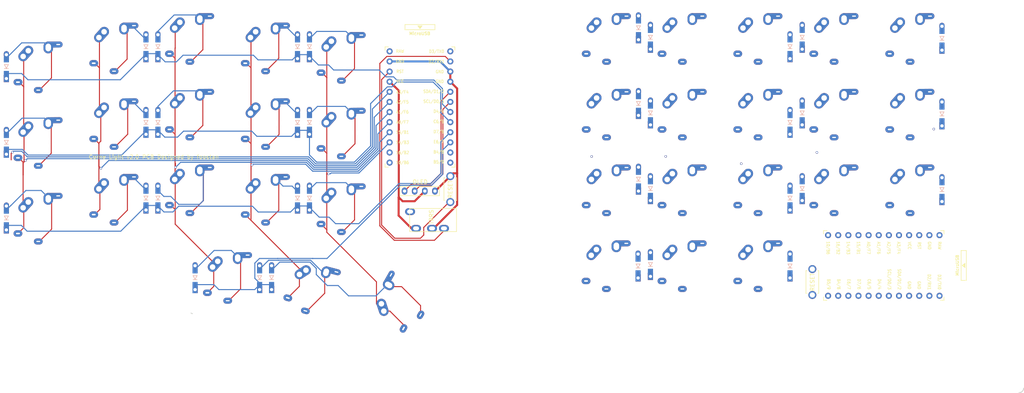
<source format=kicad_pcb>
(kicad_pcb (version 20211014) (generator pcbnew)
  (title_block (title "Corne Light") (date "2020-11-12") (rev "2.0") (company "foostan"))
  (layers (0 "F.Cu" signal) (31 "B.Cu" signal) (34 "B.Paste" user) (35 "F.Paste" user) (36 "B.SilkS" user "B.Silkscreen") (37 "F.SilkS" user "F.Silkscreen") (38 "B.Mask" user) (39 "F.Mask" user) (44 "Edge.Cuts" user))
  (net 0 "")
  (net 1 "row0")
  (net 2 "row1")
  (net 3 "Net-(D2-Pad2)")
  (net 4 "row2")
  (net 5 "Net-(D3-Pad2)")
  (net 6 "row3")
  (net 7 "Net-(D4-Pad2)")
  (net 8 "Net-(D5-Pad2)")
  (net 9 "Net-(D6-Pad2)")
  (net 10 "Net-(D8-Pad2)")
  (net 11 "Net-(D9-Pad2)")
  (net 12 "Net-(D10-Pad2)")
  (net 13 "Net-(D11-Pad2)")
  (net 14 "Net-(D12-Pad2)")
  (net 15 "Net-(D14-Pad2)")
  (net 16 "Net-(D15-Pad2)")
  (net 17 "Net-(D16-Pad2)")
  (net 18 "Net-(D17-Pad2)")
  (net 19 "Net-(D18-Pad2)")
  (net 20 "Net-(D19-Pad2)")
  (net 21 "Net-(D20-Pad2)")
  (net 22 "Net-(D21-Pad2)")
  (net 23 "GND")
  (net 24 "VCC")
  (net 25 "col0")
  (net 26 "col1")
  (net 27 "col2")
  (net 28 "col3")
  (net 29 "col4")
  (net 30 "col5")
  (net 31 "data")
  (net 32 "reset")
  (net 33 "SCL")
  (net 34 "SDA")
  (net 35 "Net-(U1-Pad14)")
  (net 36 "Net-(U1-Pad13)")
  (net 37 "Net-(U1-Pad12)")
  (net 38 "Net-(U1-Pad11)")
  (net 39 "Net-(J1-PadA)")
  (net 40 "Net-(U1-Pad24)")
  (net 41 "row0_r")
  (net 42 "Net-(D23-Pad2)")
  (net 43 "Net-(D24-Pad2)")
  (net 44 "Net-(D25-Pad2)")
  (net 45 "Net-(D26-Pad2)")
  (net 46 "Net-(D27-Pad2)")
  (net 47 "row1_r")
  (net 48 "Net-(D29-Pad2)")
  (net 49 "Net-(D30-Pad2)")
  (net 50 "Net-(D31-Pad2)")
  (net 51 "Net-(D32-Pad2)")
  (net 52 "Net-(D33-Pad2)")
  (net 53 "row2_r")
  (net 54 "Net-(D35-Pad2)")
  (net 55 "Net-(D36-Pad2)")
  (net 56 "Net-(D37-Pad2)")
  (net 57 "Net-(D38-Pad2)")
  (net 58 "Net-(D39-Pad2)")
  (net 59 "Net-(D40-Pad2)")
  (net 60 "row3_r")
  (net 61 "Net-(D41-Pad2)")
  (net 62 "Net-(D42-Pad2)")
  (net 63 "data_r")
  (net 64 "SDA_r")
  (net 65 "SCL_r")
  (net 66 "reset_r")
  (net 67 "col0_r")
  (net 68 "col1_r")
  (net 69 "col2_r")
  (net 70 "col3_r")
  (net 71 "col4_r")
  (net 72 "col5_r")
  (net 73 "Net-(U2-Pad24)")
  (net 74 "Net-(U2-Pad14)")
  (net 75 "Net-(U2-Pad13)")
  (net 76 "Net-(U2-Pad12)")
  (net 77 "Net-(U2-Pad11)")
  (net 78 "VDD")
  (net 79 "GNDA")
  (net 80 "Net-(U1-Pad1)")
  (net 81 "Net-(U2-Pad1)")
  (footprint "kbd:MJ-4PP-9_1side" (layer "F.Cu") (at 146.2145 84.432 -90)
    (fp_text reference "J1")
    (fp_text value "MJ-4PP-9" hide)
  )
  (footprint "kbd:ResetSW_1side" (layer "F.Cu") (at 235.287089 100.0071 90)
    (fp_text reference "RSW2" hide)
    (fp_text value "SW_PUSH")
  )
  (footprint "kbd:keyswitch_cherrymx_alps_choc12_1u" (layer "F.Cu") (at 259.784847 38.795432)
    (fp_text reference "SW23" hide)
    (fp_text value "SW_PUSH" hide)
  )
  (footprint "kbd:keyswitch_cherrymx_alps_choc12_1u" (layer "F.Cu") (at 240.734847 38.795432)
    (fp_text reference "SW24" hide)
    (fp_text value "SW_PUSH" hide)
  )
  (footprint "kbd:keyswitch_cherrymx_alps_choc12_1u" (layer "F.Cu") (at 221.684847 38.795432)
    (fp_text reference "SW25" hide)
    (fp_text value "SW_PUSH" hide)
  )
  (footprint "kbd:keyswitch_cherrymx_alps_choc12_1u" (layer "F.Cu") (at 202.684847 38.795432)
    (fp_text reference "SW26" hide)
    (fp_text value "SW_PUSH" hide)
  )
  (footprint "kbd:keyswitch_cherrymx_alps_choc12_1u" (layer "F.Cu") (at 183.684847 38.795432)
    (fp_text reference "SW27" hide)
    (fp_text value "SW_PUSH" hide)
  )
  (footprint "kbd:keyswitch_cherrymx_alps_choc12_1u" (layer "F.Cu") (at 259.784847 57.795432)
    (fp_text reference "SW29" hide)
    (fp_text value "SW_PUSH" hide)
  )
  (footprint "kbd:keyswitch_cherrymx_alps_choc12_1u" (layer "F.Cu") (at 240.734847 57.795432)
    (fp_text reference "SW30" hide)
    (fp_text value "SW_PUSH" hide)
  )
  (footprint "kbd:keyswitch_cherrymx_alps_choc12_1u" (layer "F.Cu") (at 221.684847 57.795432)
    (fp_text reference "SW31" hide)
    (fp_text value "SW_PUSH" hide)
  )
  (footprint "kbd:keyswitch_cherrymx_alps_choc12_1u" (layer "F.Cu") (at 202.684847 57.795432)
    (fp_text reference "SW32" hide)
    (fp_text value "SW_PUSH" hide)
  )
  (footprint "kbd:keyswitch_cherrymx_alps_choc12_1u" (layer "F.Cu") (at 183.684847 57.795432)
    (fp_text reference "SW33" hide)
    (fp_text value "SW_PUSH" hide)
  )
  (footprint "kbd:keyswitch_cherrymx_alps_choc12_1u" (layer "F.Cu") (at 259.784847 76.795432)
    (fp_text reference "SW35" hide)
    (fp_text value "SW_PUSH" hide)
  )
  (footprint "kbd:keyswitch_cherrymx_alps_choc12_1u" (layer "F.Cu") (at 240.734847 76.795432)
    (fp_text reference "SW36" hide)
    (fp_text value "SW_PUSH" hide)
  )
  (footprint "kbd:keyswitch_cherrymx_alps_choc12_1u" (layer "F.Cu") (at 221.684847 76.795432)
    (fp_text reference "SW37" hide)
    (fp_text value "SW_PUSH" hide)
  )
  (footprint "kbd:keyswitch_cherrymx_alps_choc12_1u" (layer "F.Cu") (at 202.684847 76.795432)
    (fp_text reference "SW38" hide)
    (fp_text value "SW_PUSH" hide)
  )
  (footprint "kbd:keyswitch_cherrymx_alps_choc12_1u" (layer "F.Cu") (at 221.684847 95.845432)
    (fp_text reference "SW40" hide)
    (fp_text value "SW_PUSH" hide)
  )
  (footprint "kbd:keyswitch_cherrymx_alps_choc12_1u" (layer "F.Cu") (at 202.684847 95.845432)
    (fp_text reference "SW41" hide)
    (fp_text value "SW_PUSH" hide)
  )
  (footprint "kbd:keyswitch_cherrymx_alps_choc12_1u" (layer "F.Cu") (at 183.684847 76.795432)
    (fp_text reference "SW39" hide)
    (fp_text value "SW_PUSH" hide)
  )
  (footprint "kbd:ProMicro_v3" (layer "F.Cu") (at 136.8925 56.56)
    (fp_text reference "U1" hide)
    (fp_text value "ProMicro" hide)
  )
  (footprint "kbd:ProMicro_v3" (layer "F.Cu") (at 252.6925 95.845432 -90)
    (fp_text reference "U2" hide)
    (fp_text value "ProMicro" hide)
  )
  (footprint "kbd:keyswitch_cherrymx_alps_choc12_1u" (layer "F.Cu") (at 117.1875 43.545)
    (fp_text reference "SW6" hide)
    (fp_text value "SW_PUSH" hide)
  )
  (footprint "kbd:keyswitch_cherrymx_alps_choc12_1u" (layer "F.Cu") (at 98.1875 41.17)
    (fp_text reference "SW5" hide)
    (fp_text value "SW_PUSH" hide)
  )
  (footprint "kbd:keyswitch_cherrymx_alps_choc12_1u" (layer "F.Cu") (at 79.1875 38.795)
    (fp_text reference "SW4" hide)
    (fp_text value "SW_PUSH" hide)
  )
  (footprint "kbd:keyswitch_cherrymx_alps_choc12_1u" (layer "F.Cu") (at 60.1875 41.17)
    (fp_text reference "SW3" hide)
    (fp_text value "SW_PUSH" hide)
  )
  (footprint "kbd:keyswitch_cherrymx_alps_choc12_1u" (layer "F.Cu") (at 41.1875 45.92)
    (fp_text reference "SW2" hide)
    (fp_text value "SW_PUSH" hide)
  )
  (footprint "kbd:keyswitch_cherrymx_alps_choc12_1u" (layer "F.Cu") (at 117.1875 81.545)
    (fp_text reference "SW18" hide)
    (fp_text value "SW_PUSH" hide)
  )
  (footprint "kbd:keyswitch_cherrymx_alps_choc12_1.5u" (layer "F.Cu") (at 131.9375 105.295 60)
    (fp_text reference "SW21" hide)
    (fp_text value "SW_PUSH" hide)
  )
  (footprint "kbd:keyswitch_cherrymx_alps_choc12_1u" (layer "F.Cu") (at 109.6875 101.545 -15)
    (fp_text reference "SW20" hide)
    (fp_text value "SW_PUSH" hide)
  )
  (footprint "kbd:keyswitch_cherrymx_alps_choc12_1u" (layer "F.Cu") (at 88.6875 98.795)
    (fp_text reference "SW19" hide)
    (fp_text value "SW_PUSH" hide)
  )
  (footprint "kbd:keyswitch_cherrymx_alps_choc12_1u" (layer "F.Cu") (at 98.1875 79.17)
    (fp_text reference "SW17" hide)
    (fp_text value "SW_PUSH" hide)
  )
  (footprint "kbd:keyswitch_cherrymx_alps_choc12_1u" (layer "F.Cu") (at 79.1875 76.795)
    (fp_text reference "SW16" hide)
    (fp_text value "SW_PUSH" hide)
  )
  (footprint "kbd:keyswitch_cherrymx_alps_choc12_1u" (layer "F.Cu") (at 60.1875 79.17)
    (fp_text reference "SW15" hide)
    (fp_text value "SW_PUSH" hide)
  )
  (footprint "kbd:keyswitch_cherrymx_alps_choc12_1u" (layer "F.Cu") (at 41.1875 83.92)
    (fp_text reference "SW14" hide)
    (fp_text value "SW_PUSH" hide)
  )
  (footprint "kbd:keyswitch_cherrymx_alps_choc12_1u" (layer "F.Cu") (at 117.1875 62.545)
    (fp_text reference "SW12" hide)
    (fp_text value "SW_PUSH" hide)
  )
  (footprint "kbd:keyswitch_cherrymx_alps_choc12_1u" (layer "F.Cu") (at 98.1875 60.17)
    (fp_text reference "SW11" hide)
    (fp_text value "SW_PUSH" hide)
  )
  (footprint "kbd:keyswitch_cherrymx_alps_choc12_1u" (layer "F.Cu") (at 79.1875 57.795)
    (fp_text reference "SW10" hide)
    (fp_text value "SW_PUSH" hide)
  )
  (footprint "kbd:keyswitch_cherrymx_alps_choc12_1u" (layer "F.Cu") (at 60.1875 60.17)
    (fp_text reference "SW9" hide)
    (fp_text value "SW_PUSH" hide)
  )
  (footprint "kbd:keyswitch_cherrymx_alps_choc12_1u" (layer "F.Cu") (at 41.1875 64.92)
    (fp_text reference "SW8" hide)
    (fp_text value "SW_PUSH" hide)
  )
  (footprint "kbd:keyswitch_cherrymx_alps_choc12_1u" (layer "F.Cu") (at 183.634847 95.845432)
    (fp_text reference "SW42" hide)
    (fp_text value "SW_PUSH" hide)
  )
  (footprint "kbd:OLED_1side" (layer "F.Cu") (at 133.0285 77.168)
    (fp_text reference "J2")
    (fp_text value "OLED" hide)
  )
  (footprint "kbd:ResetSW_1side" (layer "F.Cu") (at 144.5045 76.671 -90)
    (fp_text reference "RSW1" hide)
    (fp_text value "SW_PUSH")
  )
  (footprint "kbd:D3_TH_SMD_v2" (layer "B.Cu") (at 232.734847 76.545432 90)
    (fp_text reference "D36" hide)
    (fp_text value "D" hide)
  )
  (footprint "kbd:D3_TH_SMD_v2" (layer "B.Cu") (at 229.684847 78.915432 90)
    (fp_text reference "D37" hide)
    (fp_text value "D" hide)
  )
  (footprint "kbd:D3_TH_SMD_v2" (layer "B.Cu") (at 194.684847 76.545432 90)
    (fp_text reference "D38" hide)
    (fp_text value "D" hide)
  )
  (footprint "kbd:D3_TH_SMD_v2" (layer "B.Cu") (at 191.684847 74.170432 90)
    (fp_text reference "D39" hide)
    (fp_text value "D" hide)
  )
  (footprint "kbd:D3_TH_SMD_v2" (layer "B.Cu") (at 229.684847 95.980432 90)
    (fp_text reference "D40" hide)
    (fp_text value "D" hide)
  )
  (footprint "kbd:D3_TH_SMD_v2" (layer "B.Cu") (at 194.684847 95.595432 90)
    (fp_text reference "D41" hide)
    (fp_text value "D" hide)
  )
  (footprint "kbd:D3_TH_SMD_v2" (layer "B.Cu") (at 191.584847 95.980432 90)
    (fp_text reference "D42" hide)
    (fp_text value "D" hide)
  )
  (footprint "kbd:D3_TH_SMD_v2" (layer "B.Cu") (at 267.784847 38.795432 90)
    (fp_text reference "D23" hide)
    (fp_text value "D" hide)
  )
  (footprint "kbd:D3_TH_SMD_v2" (layer "B.Cu") (at 232.734847 38.545432 90)
    (fp_text reference "D24" hide)
    (fp_text value "D" hide)
  )
  (footprint "kbd:D3_TH_SMD_v2" (layer "B.Cu") (at 229.684847 40.915432 90)
    (fp_text reference "D25" hide)
    (fp_text value "D" hide)
  )
  (footprint "kbd:D3_TH_SMD_v2" (layer "B.Cu") (at 194.684847 38.545432 90)
    (fp_text reference "D26" hide)
    (fp_text value "D" hide)
  )
  (footprint "kbd:D3_TH_SMD_v2" (layer "B.Cu") (at 191.684847 36.170432 90)
    (fp_text reference "D27" hide)
    (fp_text value "D" hide)
  )
  (footprint "kbd:D3_TH_SMD_v2" (layer "B.Cu") (at 267.784847 57.795432 90)
    (fp_text reference "D29" hide)
    (fp_text value "D" hide)
  )
  (footprint "kbd:D3_TH_SMD_v2" (layer "B.Cu") (at 232.734847 57.545432 90)
    (fp_text reference "D30" hide)
    (fp_text value "D" hide)
  )
  (footprint "kbd:D3_TH_SMD_v2" (layer "B.Cu") (at 229.684847 59.915432 90)
    (fp_text reference "D31" hide)
    (fp_text value "D" hide)
  )
  (footprint "kbd:D3_TH_SMD_v2" (layer "B.Cu") (at 194.684847 57.545432 90)
    (fp_text reference "D32" hide)
    (fp_text value "D" hide)
  )
  (footprint "kbd:D3_TH_SMD_v2" (layer "B.Cu") (at 33.1875 83.92 90)
    (fp_text reference "D14" hide)
    (fp_text value "D" hide)
  )
  (footprint "kbd:D3_TH_SMD_v2" (layer "B.Cu") (at 33.1875 64.92 90)
    (fp_text reference "D8" hide)
    (fp_text value "D" hide)
  )
  (footprint "kbd:D3_TH_SMD_v2" (layer "B.Cu") (at 33.1875 45.92 90)
    (fp_text reference "D2" hide)
    (fp_text value "D" hide)
  )
  (footprint "kbd:D3_TH_SMD_v2" (layer "B.Cu") (at 191.684847 55.170432 90)
    (fp_text reference "D33" hide)
    (fp_text value "D" hide)
  )
  (footprint "kbd:D3_TH_SMD_v2" (layer "B.Cu") (at 99.6875 98.905 90)
    (fp_text reference "D21" hide)
    (fp_text value "D" hide)
  )
  (footprint "kbd:D3_TH_SMD_v2" (layer "B.Cu") (at 96.6875 98.905 90)
    (fp_text reference "D20" hide)
    (fp_text value "D" hide)
  )
  (footprint "kbd:D3_TH_SMD_v2" (layer "B.Cu") (at 80.5075 98.91 90)
    (fp_text reference "D19" hide)
    (fp_text value "D" hide)
  )
  (footprint "kbd:D3_TH_SMD_v2" (layer "B.Cu") (at 109.1875 78.92 90)
    (fp_text reference "D18" hide)
    (fp_text value "D" hide)
  )
  (footprint "kbd:D3_TH_SMD_v2" (layer "B.Cu") (at 106.1875 78.92 90)
    (fp_text reference "D17" hide)
    (fp_text value "D" hide)
  )
  (footprint "kbd:D3_TH_SMD_v2" (layer "B.Cu") (at 71.1875 78.915 90)
    (fp_text reference "D16" hide)
    (fp_text value "D" hide)
  )
  (footprint "kbd:D3_TH_SMD_v2" (layer "B.Cu") (at 68.1875 78.92 90)
    (fp_text reference "D15" hide)
    (fp_text value "D" hide)
  )
  (footprint "kbd:D3_TH_SMD_v2" (layer "B.Cu") (at 109.1875 59.92 90)
    (fp_text reference "D12" hide)
    (fp_text value "D" hide)
  )
  (footprint "kbd:D3_TH_SMD_v2" (layer "B.Cu") (at 106.1875 59.92 90)
    (fp_text reference "D11" hide)
    (fp_text value "D" hide)
  )
  (footprint "kbd:D3_TH_SMD_v2" (layer "B.Cu") (at 71.1875 59.915 90)
    (fp_text reference "D10" hide)
    (fp_text value "D" hide)
  )
  (footprint "kbd:D3_TH_SMD_v2" (layer "B.Cu") (at 68.1875 59.92 90)
    (fp_text reference "D9" hide)
    (fp_text value "D" hide)
  )
  (footprint "kbd:D3_TH_SMD_v2" (layer "B.Cu") (at 109.1875 40.92 90)
    (fp_text reference "D6" hide)
    (fp_text value "D" hide)
  )
  (footprint "kbd:D3_TH_SMD_v2" (layer "B.Cu") (at 106.1875 40.92 90)
    (fp_text reference "D5" hide)
    (fp_text value "D" hide)
  )
  (footprint "kbd:D3_TH_SMD_v2" (layer "B.Cu") (at 71.1875 40.915 90)
    (fp_text reference "D4" hide)
    (fp_text value "D" hide)
  )
  (footprint "kbd:D3_TH_SMD_v2" (layer "B.Cu") (at 68.1875 40.92 90)
    (fp_text reference "D3" hide)
    (fp_text value "D" hide)
  )
  (footprint "kbd:D3_TH_SMD_v2" (layer "B.Cu") (at 267.784847 76.795432 90)
    (fp_text reference "D35" hide)
    (fp_text value "D" hide)
  )
  (footprint "kbd:thread_m2" (layer "B.Cu") (at 129.9445 84.419 180)
    (fp_text reference "Ref**" hide)
    (fp_text value "Val**" hide)
  )
  (footprint "kbd:thread_m2" (layer "B.Cu") (at 144.3765 92.94 180)
    (fp_text reference "Ref**" hide)
    (fp_text value "Val**" hide)
  )
  (gr_line (start 288.241173 126.868249) (end 288.264033 126.644729) (layer "Edge.Cuts") (width 0.2))
  (gr_line (start 288.073533 127.277188) (end 288.177673 127.081609) (layer "Edge.Cuts") (width 0.2))
  (gr_line (start 287.933833 127.449908) (end 288.073533 127.277188) (layer "Edge.Cuts") (width 0.2))
  (gr_line (start 287.761114 127.589608) (end 287.933833 127.449908) (layer "Edge.Cuts") (width 0.2))
  (gr_line (start 287.126114 127.785188) (end 287.131194 127.785188) (layer "Edge.Cuts") (width 0.2))
  (gr_line (start 79.481319 107.782708) (end 79.595619 107.869068) (layer "Edge.Cuts") (width 0.2))
  (gr_line (start 287.131194 127.785188) (end 287.354714 127.762328) (layer "Edge.Cuts") (width 0.2))
  (gr_line (start 79.745479 107.922407) (end 79.834379 107.930027) (layer "Edge.Cuts") (width 0.2))
  (gr_line (start 288.177673 127.081609) (end 288.241173 126.868249) (layer "Edge.Cuts") (width 0.2))
  (gr_line (start 287.565534 127.696288) (end 287.761114 127.589608) (layer "Edge.Cuts") (width 0.2))
  (gr_line (start 79.595619 107.869068) (end 79.745479 107.922407) (layer "Edge.Cuts") (width 0.2))
  (gr_line (start 287.354714 127.762328) (end 287.565534 127.696288) (layer "Edge.Cuts") (width 0.2))
  (gr_text "Corne Light v2.0 PCB Designed by foostan" (at 53.7675 68.6) (layer "F.SilkS") (effects (font (size 1 1) (thickness 0.125)) (justify left)))
  (segment (start 109.1975 42.91) (end 109.1975 43.285) (width 0.254) (layer "B.Cu") (net 1))
  (segment (start 111.4265 45.514) (end 113.9945 45.514) (width 0.254) (layer "B.Cu") (net 1))
  (segment (start 33.1875 48.92) (end 33.1975 48.93) (width 0.25) (layer "B.Cu") (net 1))
  (segment (start 142.548511 55.366611) (end 143.741901 56.560001) (width 0.254) (layer "B.Cu") (net 1))
  (segment (start 71.1875 43.915) (end 71.1875 42.69) (width 0.25) (layer "B.Cu") (net 1))
  (segment (start 109.1875 43.92) (end 109.1875 42.695) (width 0.25) (layer "B.Cu") (net 1))
  (segment (start 109.1975 43.285) (end 111.4265 45.514) (width 0.254) (layer "B.Cu") (net 1))
  (segment (start 61.7685 49.214) (end 68.3225 42.66) (width 0.254) (layer "B.Cu") (net 1))
  (segment (start 130.2745 48.484) (end 131.0845 49.294) (width 0.254) (layer "B.Cu") (net 1))
  (segment (start 113.9945 45.514) (end 115.2545 46.774) (width 0.254) (layer "B.Cu") (net 1))
  (segment (start 106.1875 43.92) (end 106.1875 42.695) (width 0.25) (layer "B.Cu") (net 1))
  (segment (start 33.1875 48.92) (end 33.1875 47.695) (width 0.25) (layer "B.Cu") (net 1))
  (segment (start 131.0845 49.294) (end 140.3845 49.294) (width 0.254) (layer "B.Cu") (net 1))
  (segment (start 143.741901 56.560001) (end 144.5039 57.322) (width 0.254) (layer "B.Cu") (net 1))
  (segment (start 115.2545 46.774) (end 126.6745 46.774) (width 0.254) (layer "B.Cu") (net 1))
  (segment (start 106.1975 42.785) (end 106.3225 42.91) (width 0.254) (layer "B.Cu") (net 1))
  (segment (start 95.1345 43.064) (end 96.2945 44.224) (width 0.254) (layer "B.Cu") (net 1))
  (segment (start 140.3845 49.294) (end 142.548511 51.458011) (width 0.254) (layer "B.Cu") (net 1))
  (segment (start 68.1875 43.92) (end 68.1875 42.695) (width 0.25) (layer "B.Cu") (net 1))
  (segment (start 73.0015 44.714) (end 75.8345 44.714) (width 0.254) (layer "B.Cu") (net 1))
  (segment (start 128.3845 48.484) (end 130.2745 48.484) (width 0.254) (layer "B.Cu") (net 1))
  (segment (start 33.184375 48.916875) (end 33.1875 48.92) (width 0.254) (layer "B.Cu") (net 1))
  (segment (start 96.2945 44.224) (end 104.8835 44.224) (width 0.254) (layer "B.Cu") (net 1))
  (segment (start 104.8835 44.224) (end 106.1975 42.91) (width 0.254) (layer "B.Cu") (net 1))
  (segment (start 38.5745 49.214) (end 61.7685 49.214) (width 0.254) (layer "B.Cu") (net 1))
  (segment (start 142.548511 51.458011) (end 142.548511 55.366611) (width 0.254) (layer "B.Cu") (net 1))
  (segment (start 37.0205 47.66) (end 38.5745 49.214) (width 0.254) (layer "B.Cu") (net 1))
  (segment (start 68.3225 42.66) (end 70.9475 42.66) (width 0.254) (layer "B.Cu") (net 1))
  (segment (start 70.9475 42.66) (end 73.0015 44.714) (width 0.254) (layer "B.Cu") (net 1))
  (segment (start 77.4845 43.064) (end 95.1345 43.064) (width 0.254) (layer "B.Cu") (net 1))
  (segment (start 106.3225 42.91) (end 109.1875 42.91) (width 0.254) (layer "B.Cu") (net 1))
  (segment (start 75.8345 44.714) (end 77.4845 43.064) (width 0.254) (layer "B.Cu") (net 1))
  (segment (start 126.6745 46.774) (end 128.3845 48.484) (width 0.254) (layer "B.Cu") (net 1))
  (segment (start 33.1975 47.66) (end 37.0205 47.66) (width 0.254) (layer "B.Cu") (net 1))
  (segment (start 140.1845 49.794) (end 142.0945 51.704) (width 0.254) (layer "B.Cu") (net 2))
  (segment (start 143.741901 59.100001) (end 144.5039 59.862) (width 0.254) (layer "B.Cu") (net 2))
  (segment (start 104.6935 63.414) (end 106.1975 61.91) (width 0.254) (layer "B.Cu") (net 2))
  (segment (start 109.1875 62.92) (end 109.1875 61.695) (width 0.25) (layer "B.Cu") (net 2))
  (segment (start 33.184375 67.916875) (end 33.1875 67.92) (width 0.254) (layer "B.Cu") (net 2))
  (segment (start 33.1875 67.92) (end 33.1975 67.93) (width 0.25) (layer "B.Cu") (net 2))
  (segment (start 124.52049 55.19801) (end 128.7145 51.004) (width 0.254) (layer "B.Cu") (net 2))
  (segment (start 129.8745 51.004) (end 131.0845 49.794) (width 0.254) (layer "B.Cu") (net 2))
  (segment (start 68.1875 62.92) (end 68.1875 61.695) (width 0.25) (layer "B.Cu") (net 2))
  (segment (start 77.6045 62.124) (end 94.7045 62.124) (width 0.254) (layer "B.Cu") (net 2))
  (segment (start 122.1545 68.194) (end 120.44256 69.90594) (width 0.25) (layer "B.Cu") (net 2))
  (segment (start 122.1545 68.194) (end 124.520489 65.828011) (width 0.254) (layer "B.Cu") (net 2))
  (segment (start 71.1975 61.91) (end 72.9115 63.624) (width 0.254) (layer "B.Cu") (net 2))
  (segment (start 68.4475 61.785) (end 71.1975 61.785) (width 0.254) (layer "B.Cu") (net 2))
  (segment (start 76.1045 63.624) (end 77.6045 62.124) (width 0.254) (layer "B.Cu") (net 2))
  (segment (start 142.0945 57.4526) (end 143.741901 59.100001) (width 0.254) (layer "B.Cu") (net 2))
  (segment (start 33.1875 67.92) (end 33.1875 66.777) (width 0.254) (layer "B.Cu") (net 2))
  (segment (start 71.1875 62.915) (end 71.1875 61.69) (width 0.25) (layer "B.Cu") (net 2))
  (segment (start 72.9115 63.624) (end 76.1045 63.624) (width 0.254) (layer "B.Cu") (net 2))
  (segment (start 110.99644 69.90594) (end 109.1875 68.097) (width 0.25) (layer "B.Cu") (net 2))
  (segment (start 37.188489 66.707989) (end 38.608459 68.127959) (width 0.254) (layer "B.Cu") (net 2))
  (segment (start 94.7045 62.124) (end 95.9945 63.414) (width 0.254) (layer "B.Cu") (net 2))
  (segment (start 33.1875 66.777) (end 33.256511 66.707989) (width 0.254) (layer "B.Cu") (net 2))
  (segment (start 109.1875 61.91) (end 109.1875 62.92) (width 0.254) (layer "B.Cu") (net 2))
  (segment (start 33.1875 67.92) (end 33.1875 66.695) (width 0.25) (layer "B.Cu") (net 2))
  (segment (start 128.7145 51.004) (end 129.8745 51.004) (width 0.254) (layer "B.Cu") (net 2))
  (segment (start 124.520489 65.828011) (end 124.52049 55.19801) (width 0.254) (layer "B.Cu") (net 2))
  (segment (start 142.0945 51.704) (end 142.0945 57.4526) (width 0.254) (layer "B.Cu") (net 2))
  (segment (start 120.44256 69.90594) (end 110.99644 69.90594) (width 0.25) (layer "B.Cu") (net 2))
  (segment (start 62.104541 68.127959) (end 68.4475 61.785) (width 0.254) (layer "B.Cu") (net 2))
  (segment (start 109.1875 64.059) (end 109.1875 62.92) (width 0.25) (layer "B.Cu") (net 2))
  (segment (start 106.1875 62.92) (end 106.1875 61.695) (width 0.25) (layer "B.Cu") (net 2))
  (segment (start 106.1975 61.91) (end 109.1875 61.91) (width 0.254) (layer "B.Cu") (net 2))
  (segment (start 71.1975 61.785) (end 71.1975 61.91) (width 0.254) (layer "B.Cu") (net 2))
  (segment (start 109.1875 68.097) (end 109.1875 64.059) (width 0.25) (layer "B.Cu") (net 2))
  (segment (start 38.608459 68.127959) (end 62.104541 68.127959) (width 0.254) (layer "B.Cu") (net 2))
  (segment (start 95.9945 63.414) (end 104.6935 63.414) (width 0.254) (layer "B.Cu") (net 2))
  (segment (start 131.0845 49.794) (end 140.1845 49.794) (width 0.254) (layer "B.Cu") (net 2))
  (segment (start 33.256511 66.707989) (end 37.188489 66.707989) (width 0.254) (layer "B.Cu") (net 2))
  (segment (start 44.05575 41.16825) (end 43.7275 40.84) (width 0.254) (layer "F.Cu") (net 3))
  (segment (start 41.4375 51.82) (end 41.1875 51.82) (width 0.25) (layer "F.Cu") (net 3))
  (segment (start 44.4945 41.607) (end 44.4945 48.763) (width 0.25) (layer "F.Cu") (net 3))
  (segment (start 44.4945 48.763) (end 41.4375 51.82) (width 0.25) (layer "F.Cu") (net 3))
  (segment (start 43.7275 40.84) (end 44.4945 41.607) (width 0.25) (layer "F.Cu") (net 3))
  (segment (start 33.1875 42.92) (end 33.1875 44.145) (width 0.25) (layer "B.Cu") (net 3))
  (segment (start 42.8375 39.95) (end 37.0325 39.95) (width 0.254) (layer "B.Cu") (net 3))
  (segment (start 37.0325 39.95) (end 33.1975 43.785) (width 0.254) (layer "B.Cu") (net 3))
  (segment (start 33.1975 43.785) (end 33.1975 44.16) (width 0.254) (layer "B.Cu") (net 3))
  (segment (start 43.7275 40.84) (end 42.8375 39.95) (width 0.254) (layer "B.Cu") (net 3))
  (segment (start 33.4475 85.785) (end 36.9355 85.785) (width 0.254) (layer "B.Cu") (net 4))
  (segment (start 68.0725 81.035) (end 68.0725 80.785) (width 0.254) (layer "B.Cu") (net 4))
  (segment (start 105.9475 80.91) (end 108.9475 80.91) (width 0.254) (layer "B.Cu") (net 4))
  (segment (start 121.5559 85.35) (end 131.6319 75.274) (width 0.254) (layer "B.Cu") (net 4))
  (segment (start 33.1875 86.92) (end 33.1875 85.695) (width 0.25) (layer "B.Cu") (net 4))
  (segment (start 115.8475 85.35) (end 121.5559 85.35) (width 0.254) (layer "B.Cu") (net 4))
  (segment (start 104.4335 82.424) (end 105.9475 80.91) (width 0.254) (layer "B.Cu") (net 4))
  (segment (start 38.3845 87.234) (end 61.8735 87.234) (width 0.254) (layer "B.Cu") (net 4))
  (segment (start 33.1975 86.93) (end 33.1875 86.92) (width 0.25) (layer "B.Cu") (net 4))
  (segment (start 111.6225 83.71) (end 114.0875 83.71) (width 0.25) (layer "B.Cu") (net 4))
  (segment (start 68.1775 80.93) (end 68.3225 80.785) (width 0.254) (layer "B.Cu") (net 4))
  (segment (start 76.3935 80.964) (end 94.8745 80.964) (width 0.254) (layer "B.Cu") (net 4))
  (segment (start 131.6319 75.274) (end 139.6245 75.274) (width 0.254) (layer "B.Cu") (net 4))
  (segment (start 109.1975 81.16) (end 109.3225 81.16) (width 0.254) (layer "B.Cu") (net 4))
  (segment (start 96.3345 82.424) (end 104.4335 82.424) (width 0.254) (layer "B.Cu") (net 4))
  (segment (start 115.7275 85.35) (end 115.8375 85.35) (width 0.25) (layer "B.Cu") (net 4))
  (segment (start 108.9475 80.91) (end 109.1975 81.16) (width 0.254) (layer "B.Cu") (net 4))
  (segment (start 142.1245 72.774) (end 142.1245 64.7814) (width 0.254) (layer "B.Cu") (net 4))
  (segment (start 139.6245 75.274) (end 142.1245 72.774) (width 0.254) (layer "B.Cu") (net 4))
  (segment (start 74.9435 82.414) (end 76.3935 80.964) (width 0.254) (layer "B.Cu") (net 4))
  (segment (start 94.8745 80.964) (end 96.3345 82.424) (width 0.254) (layer "B.Cu") (net 4))
  (segment (start 109.1875 81.92) (end 109.1875 80.695) (width 0.25) (layer "B.Cu") (net 4))
  (segment (start 109.1975 81.285) (end 111.6225 83.71) (width 0.25) (layer "B.Cu") (net 4))
  (segment (start 143.741901 63.163999) (end 144.5039 62.402) (width 0.254) (layer "B.Cu") (net 4))
  (segment (start 142.1245 64.7814) (end 143.741901 63.163999) (width 0.254) (layer "B.Cu") (net 4))
  (segment (start 71.0725 80.785) (end 72.7015 82.414) (width 0.254) (layer "B.Cu") (net 4))
  (segment (start 61.8735 87.234) (end 68.0725 81.035) (width 0.254) (layer "B.Cu") (net 4))
  (segment (start 71.1875 81.915) (end 71.1875 80.69) (width 0.25) (layer "B.Cu") (net 4))
  (segment (start 114.0875 83.71) (end 115.7275 85.35) (width 0.25) (layer "B.Cu") (net 4))
  (segment (start 68.3225 80.785) (end 71.0725 80.785) (width 0.254) (layer "B.Cu") (net 4))
  (segment (start 68.1875 81.92) (end 68.1875 80.695) (width 0.25) (layer "B.Cu") (net 4))
  (segment (start 72.7015 82.414) (end 74.9435 82.414) (width 0.254) (layer "B.Cu") (net 4))
  (segment (start 106.1875 80.695) (end 106.1875 81.92) (width 0.25) (layer "B.Cu") (net 4))
  (segment (start 109.1975 81.035) (end 109.1975 81.285) (width 0.25) (layer "B.Cu") (net 4))
  (segment (start 36.9355 85.785) (end 38.3845 87.234) (width 0.254) (layer "B.Cu") (net 4))
  (segment (start 33.3225 85.91) (end 33.4475 85.785) (width 0.254) (layer "B.Cu") (net 4))
  (segment (start 63.4645 36.827) (end 63.4645 44.043) (width 0.25) (layer "F.Cu") (net 5))
  (segment (start 60.4375 47.07) (end 60.1875 47.07) (width 0.25) (layer "F.Cu") (net 5))
  (segment (start 62.7275 36.09) (end 63.4645 36.827) (width 0.25) (layer "F.Cu") (net 5))
  (segment (start 62.7275 36.09) (end 63.05575 36.41825) (width 0.254) (layer "F.Cu") (net 5))
  (segment (start 63.4645 44.043) (end 60.4375 47.07) (width 0.25) (layer "F.Cu") (net 5))
  (segment (start 65.1275 36.09) (end 68.0725 39.035) (width 0.254) (layer "B.Cu") (net 5))
  (segment (start 68.1875 37.92) (end 68.1875 39.145) (width 0.25) (layer "B.Cu") (net 5))
  (segment (start 62.7275 36.09) (end 65.1275 36.09) (width 0.254) (layer "B.Cu") (net 5))
  (segment (start 96.6875 101.905) (end 96.6875 100.68) (width 0.25) (layer "B.Cu") (net 6))
  (segment (start 139.812558 75.72801) (end 131.950489 75.728011) (width 0.254) (layer "B.Cu") (net 6))
  (segment (start 110.003568 94.094) (end 109.995547 94.085979) (width 0.254) (layer "B.Cu") (net 6))
  (segment (start 80.5725 100.66) (end 85.2205 100.66) (width 0.254) (layer "B.Cu") (net 6))
  (segment (start 109.995547 94.085979) (end 101.210212 94.08598) (width 0.254) (layer "B.Cu") (net 6))
  (segment (start 95.4525 101.905) (end 96.6975 100.66) (width 0.254) (layer "B.Cu") (net 6))
  (segment (start 99.6875 101.905) (end 99.6875 100.68) (width 0.25) (layer "B.Cu") (net 6))
  (segment (start 86.4655 101.905) (end 95.4525 101.905) (width 0.254) (layer "B.Cu") (net 6))
  (segment (start 99.5725 100.66) (end 99.6975 100.785) (width 0.254) (layer "B.Cu") (net 6))
  (segment (start 142.578511 72.962057) (end 139.812558 75.72801) (width 0.254) (layer "B.Cu") (net 6))
  (segment (start 85.2205 100.66) (end 86.4655 101.905) (width 0.254) (layer "B.Cu") (net 6))
  (segment (start 144.5039 64.942) (end 142.578511 66.867389) (width 0.254) (layer "B.Cu") (net 6))
  (segment (start 80.5075 101.91) (end 80.5075 100.685) (width 0.25) (layer "B.Cu") (net 6))
  (segment (start 142.578511 66.867389) (end 142.578511 72.962057) (width 0.254) (layer "B.Cu") (net 6))
  (segment (start 95.4845 99.072) (end 96.6875 100.275) (width 0.254) (layer "B.Cu") (net 6))
  (segment (start 96.6385 94.094) (end 95.4845 95.248) (width 0.254) (layer "B.Cu") (net 6))
  (segment (start 113.5845 94.094) (end 110.003568 94.094) (width 0.254) (layer "B.Cu") (net 6))
  (segment (start 101.202192 94.094) (end 96.6385 94.094) (width 0.254) (layer "B.Cu") (net 6))
  (segment (start 101.210212 94.08598) (end 101.202192 94.094) (width 0.254) (layer "B.Cu") (net 6))
  (segment (start 95.4845 95.248) (end 95.4845 99.072) (width 0.254) (layer "B.Cu") (net 6))
  (segment (start 131.950489 75.728011) (end 113.5845 94.094) (width 0.254) (layer "B.Cu") (net 6))
  (segment (start 96.6975 100.66) (end 99.5725 100.66) (width 0.254) (layer "B.Cu") (net 6))
  (segment (start 82.4545 34.442) (end 82.4545 41.678) (width 0.25) (layer "F.Cu") (net 7))
  (segment (start 81.7275 33.715) (end 82.4545 34.442) (width 0.25) (layer "F.Cu") (net 7))
  (segment (start 82.4545 41.678) (end 79.4375 44.695) (width 0.25) (layer "F.Cu") (net 7))
  (segment (start 81.7275 33.715) (end 82.05575 34.04325) (width 0.254) (layer "F.Cu") (net 7))
  (segment (start 79.4375 44.695) (end 79.1875 44.695) (width 0.25) (layer "F.Cu") (net 7))
  (segment (start 80.9625 32.95) (end 75.2575 32.95) (width 0.254) (layer "B.Cu") (net 7))
  (segment (start 71.1875 37.915) (end 71.1875 39.14) (width 0.25) (layer "B.Cu") (net 7))
  (segment (start 75.2575 32.95) (end 71.1975 37.01) (width 0.254) (layer "B.Cu") (net 7))
  (segment (start 71.1975 37.01) (end 71.1975 39.035) (width 0.254) (layer "B.Cu") (net 7))
  (segment (start 81.7275 33.715) (end 80.9625 32.95) (width 0.254) (layer "B.Cu") (net 7))
  (segment (start 98.2485 47.07) (end 98.1875 47.07) (width 0.25) (layer "F.Cu") (net 8))
  (segment (start 101.4845 36.847) (end 101.4845 43.834) (width 0.25) (layer "F.Cu") (net 8))
  (segment (start 101.4845 43.834) (end 98.2485 47.07) (width 0.25) (layer "F.Cu") (net 8))
  (segment (start 100.7275 36.09) (end 101.4845 36.847) (width 0.25) (layer "F.Cu") (net 8))
  (segment (start 100.7275 36.09) (end 101.05575 36.41825) (width 0.254) (layer "F.Cu") (net 8))
  (segment (start 106.1975 38.785) (end 106.1975 39.16) (width 0.254) (layer "B.Cu") (net 8))
  (segment (start 100.7275 36.09) (end 103.5025 36.09) (width 0.254) (layer "B.Cu") (net 8))
  (segment (start 103.5025 36.09) (end 106.1975 38.785) (width 0.254) (layer "B.Cu") (net 8))
  (segment (start 106.1875 37.92) (end 106.1875 39.145) (width 0.25) (layer "B.Cu") (net 8))
  (segment (start 119.7275 38.465) (end 120.4845 39.222) (width 0.25) (layer "F.Cu") (net 9))
  (segment (start 119.7275 38.465) (end 120.05575 38.79325) (width 0.254) (layer "F.Cu") (net 9))
  (segment (start 117.4375 49.445) (end 117.1875 49.445) (width 0.25) (layer "F.Cu") (net 9))
  (segment (start 120.4845 46.398) (end 117.4375 49.445) (width 0.25) (layer "F.Cu") (net 9))
  (segment (start 120.4845 39.222) (end 120.4845 46.398) (width 0.25) (layer "F.Cu") (net 9))
  (segment (start 109.1875 37.92) (end 109.1875 39.145) (width 0.25) (layer "B.Cu") (net 9))
  (segment (start 109.1975 38.91) (end 109.1975 39.035) (width 0.254) (layer "B.Cu") (net 9))
  (segment (start 118.3425 37.08) (end 111.0275 37.08) (width 0.254) (layer "B.Cu") (net 9))
  (segment (start 119.7275 38.465) (end 118.3425 37.08) (width 0.254) (layer "B.Cu") (net 9))
  (segment (start 111.0275 37.08) (end 109.1975 38.91) (width 0.254) (layer "B.Cu") (net 9))
  (segment (start 41.2985 70.82) (end 41.1875 70.82) (width 0.25) (layer "F.Cu") (net 10))
  (segment (start 44.4445 67.674) (end 41.2985 70.82) (width 0.25) (layer "F.Cu") (net 10))
  (segment (start 43.7275 59.84) (end 44.4445 60.557) (width 0.25) (layer "F.Cu") (net 10))
  (segment (start 44.4445 60.557) (end 44.4445 67.674) (width 0.25) (layer "F.Cu") (net 10))
  (segment (start 43.7275 59.84) (end 44.05575 60.16825) (width 0.254) (layer "F.Cu") (net 10))
  (segment (start 42.7575 58.87) (end 37.1125 58.87) (width 0.254) (layer "B.Cu") (net 10))
  (segment (start 37.1125 58.87) (end 33.1875 62.795) (width 0.254) (layer "B.Cu") (net 10))
  (segment (start 33.1875 62.795) (end 33.1875 63.035) (width 0.254) (layer "B.Cu") (net 10))
  (segment (start 33.1875 61.92) (end 33.1875 63.145) (width 0.25) (layer "B.Cu") (net 10))
  (segment (start 43.7275 59.84) (end 42.7575 58.87) (width 0.254) (layer "B.Cu") (net 10))
  (segment (start 62.7275 55.09) (end 63.6045 55.967) (width 0.25) (layer "F.Cu") (net 11))
  (segment (start 62.7275 55.09) (end 63.05575 55.41825) (width 0.254) (layer "F.Cu") (net 11))
  (segment (start 63.6045 55.967) (end 63.6045 62.903) (width 0.25) (layer "F.Cu") (net 11))
  (segment (start 63.6045 62.903) (end 60.4375 66.07) (width 0.25) (layer "F.Cu") (net 11))
  (segment (start 60.4375 66.07) (end 60.1875 66.07) (width 0.25) (layer "F.Cu") (net 11))
  (segment (start 65.2525 55.09) (end 68.0725 57.91) (width 0.254) (layer "B.Cu") (net 11))
  (segment (start 62.7275 55.09) (end 65.2525 55.09) (width 0.254) (layer "B.Cu") (net 11))
  (segment (start 68.1875 56.92) (end 68.1875 58.145) (width 0.25) (layer "B.Cu") (net 11))
  (segment (start 82.4445 60.688) (end 79.4375 63.695) (width 0.25) (layer "F.Cu") (net 12))
  (segment (start 82.4445 53.432) (end 82.4445 60.688) (width 0.25) (layer "F.Cu") (net 12))
  (segment (start 81.7275 52.715) (end 82.4445 53.432) (width 0.25) (layer "F.Cu") (net 12))
  (segment (start 79.4375 63.695) (end 79.1875 63.695) (width 0.25) (layer "F.Cu") (net 12))
  (segment (start 81.7275 52.715) (end 82.05575 53.04325) (width 0.254) (layer "F.Cu") (net 12))
  (segment (start 81.0125 52) (end 75.0775 52) (width 0.254) (layer "B.Cu") (net 12))
  (segment (start 75.0775 52) (end 71.1875 55.89) (width 0.254) (layer "B.Cu") (net 12))
  (segment (start 71.1875 56.915) (end 71.1875 58.14) (width 0.25) (layer "B.Cu") (net 12))
  (segment (start 71.1875 55.89) (end 71.1875 56.915) (width 0.254) (layer "B.Cu") (net 12))
  (segment (start 81.7275 52.715) (end 81.0125 52) (width 0.254) (layer "B.Cu") (net 12))
  (segment (start 101.5645 62.943) (end 98.4375 66.07) (width 0.25) (layer "F.Cu") (net 13))
  (segment (start 100.7275 55.09) (end 101.5645 55.927) (width 0.25) (layer "F.Cu") (net 13))
  (segment (start 101.5645 55.927) (end 101.5645 62.943) (width 0.25) (layer "F.Cu") (net 13))
  (segment (start 98.4375 66.07) (end 98.1875 66.07) (width 0.25) (layer "F.Cu") (net 13))
  (segment (start 100.7275 55.09) (end 101.05575 55.41825) (width 0.254) (layer "F.Cu") (net 13))
  (segment (start 106.1875 56.92) (end 106.1875 58.145) (width 0.25) (layer "B.Cu") (net 13))
  (segment (start 106.1975 57.91) (end 106.1975 58.035) (width 0.254) (layer "B.Cu") (net 13))
  (segment (start 103.3775 55.09) (end 106.1975 57.91) (width 0.254) (layer "B.Cu") (net 13))
  (segment (start 100.7275 55.09) (end 103.3775 55.09) (width 0.254) (layer "B.Cu") (net 13))
  (segment (start 120.6045 65.278) (end 117.4375 68.445) (width 0.25) (layer "F.Cu") (net 14))
  (segment (start 120.6045 58.342) (end 120.6045 65.278) (width 0.25) (layer "F.Cu") (net 14))
  (segment (start 119.7275 57.465) (end 120.6045 58.342) (width 0.25) (layer "F.Cu") (net 14))
  (segment (start 119.7275 57.465) (end 120.05575 57.79325) (width 0.254) (layer "F.Cu") (net 14))
  (segment (start 117.4375 68.445) (end 117.1875 68.445) (width 0.25) (layer "F.Cu") (net 14))
  (segment (start 119.7275 57.465) (end 118.1725 55.91) (width 0.254) (layer "B.Cu") (net 14))
  (segment (start 111.1975 55.91) (end 109.1975 57.91) (width 0.254) (layer "B.Cu") (net 14))
  (segment (start 109.1875 56.92) (end 109.1875 58.145) (width 0.25) (layer "B.Cu") (net 14))
  (segment (start 118.1725 55.91) (end 111.1975 55.91) (width 0.254) (layer "B.Cu") (net 14))
  (segment (start 44.5345 86.723) (end 41.4375 89.82) (width 0.25) (layer "F.Cu") (net 15))
  (segment (start 41.4375 89.82) (end 41.1875 89.82) (width 0.25) (layer "F.Cu") (net 15))
  (segment (start 43.7275 78.84) (end 44.05575 79.16825) (width 0.254) (layer "F.Cu") (net 15))
  (segment (start 44.5345 79.647) (end 44.5345 86.723) (width 0.25) (layer "F.Cu") (net 15))
  (segment (start 43.7275 78.84) (end 44.5345 79.647) (width 0.25) (layer "F.Cu") (net 15))
  (segment (start 34.3225 80.785) (end 34.3125 80.785) (width 0.254) (layer "B.Cu") (net 15))
  (segment (start 34.3125 80.785) (end 33.1875 81.91) (width 0.254) (layer "B.Cu") (net 15))
  (segment (start 41.9075 77.02) (end 38.0875 77.02) (width 0.254) (layer "B.Cu") (net 15))
  (segment (start 43.7275 78.84) (end 41.9075 77.02) (width 0.254) (layer "B.Cu") (net 15))
  (segment (start 38.0875 77.02) (end 34.3225 80.785) (width 0.254) (layer "B.Cu") (net 15))
  (segment (start 33.1875 80.92) (end 33.1875 82.145) (width 0.25) (layer "B.Cu") (net 15))
  (segment (start 60.4375 85.07) (end 60.1875 85.07) (width 0.25) (layer "F.Cu") (net 16))
  (segment (start 62.7275 74.09) (end 63.05575 74.41825) (width 0.254) (layer "F.Cu") (net 16))
  (segment (start 63.5345 81.973) (end 60.4375 85.07) (width 0.25) (layer "F.Cu") (net 16))
  (segment (start 62.7275 74.09) (end 63.5345 74.897) (width 0.25) (layer "F.Cu") (net 16))
  (segment (start 63.5345 74.897) (end 63.5345 81.973) (width 0.25) (layer "F.Cu") (net 16))
  (segment (start 68.1875 76.9) (end 68.1875 77.035) (width 0.254) (layer "B.Cu") (net 16))
  (segment (start 65.3775 74.09) (end 68.1875 76.9) (width 0.254) (layer "B.Cu") (net 16))
  (segment (start 68.1875 75.92) (end 68.1875 77.145) (width 0.25) (layer "B.Cu") (net 16))
  (segment (start 62.7275 74.09) (end 65.3775 74.09) (width 0.254) (layer "B.Cu") (net 16))
  (segment (start 81.7275 71.715) (end 82.5845 72.572) (width 0.25) (layer "F.Cu") (net 17))
  (segment (start 79.4375 82.695) (end 79.1875 82.695) (width 0.25) (layer "F.Cu") (net 17))
  (segment (start 81.7275 71.715) (end 82.05575 72.04325) (width 0.254) (layer "F.Cu") (net 17))
  (segment (start 82.5845 72.572) (end 82.5845 79.548) (width 0.25) (layer "F.Cu") (net 17))
  (segment (start 82.5845 79.548) (end 79.4375 82.695) (width 0.25) (layer "F.Cu") (net 17))
  (segment (start 71.2115 77.054) (end 71.1875 77.054) (width 0.25) (layer "B.Cu") (net 17))
  (segment (start 76.4075 80.51) (end 74.4175 78.52) (width 0.25) (layer "B.Cu") (net 17))
  (segment (start 82.5575 72.865) (end 82.5575 79.575) (width 0.25) (layer "B.Cu") (net 17))
  (segment (start 74.4175 78.52) (end 72.6775 78.52) (width 0.25) (layer "B.Cu") (net 17))
  (segment (start 72.6775 78.52) (end 71.2115 77.054) (width 0.25) (layer "B.Cu") (net 17))
  (segment (start 82.5575 79.575) (end 81.6225 80.51) (width 0.25) (layer "B.Cu") (net 17))
  (segment (start 71.1875 75.915) (end 71.1875 77.14) (width 0.25) (layer "B.Cu") (net 17))
  (segment (start 81.6875 71.995) (end 82.5575 72.865) (width 0.25) (layer "B.Cu") (net 17))
  (segment (start 81.6225 80.51) (end 76.4075 80.51) (width 0.25) (layer "B.Cu") (net 17))
  (segment (start 101.4845 82.023) (end 98.4375 85.07) (width 0.25) (layer "F.Cu") (net 18))
  (segment (start 100.7275 74.09) (end 101.4845 74.847) (width 0.25) (layer "F.Cu") (net 18))
  (segment (start 98.4375 85.07) (end 98.1875 85.07) (width 0.25) (layer "F.Cu") (net 18))
  (segment (start 101.4845 74.847) (end 101.4845 82.023) (width 0.25) (layer "F.Cu") (net 18))
  (segment (start 100.7275 74.09) (end 101.05575 74.41825) (width 0.254) (layer "F.Cu") (net 18))
  (segment (start 104.8325 75.92) (end 106.0725 77.16) (width 0.254) (layer "B.Cu") (net 18))
  (segment (start 102.5575 75.92) (end 104.8325 75.92) (width 0.254) (layer "B.Cu") (net 18))
  (segment (start 106.1875 75.92) (end 106.1875 77.145) (width 0.25) (layer "B.Cu") (net 18))
  (segment (start 100.7275 74.09) (end 102.5575 75.92) (width 0.254) (layer "B.Cu") (net 18))
  (segment (start 120.4945 77.232) (end 120.4945 84.388) (width 0.25) (layer "F.Cu") (net 19))
  (segment (start 117.4375 87.445) (end 117.1875 87.445) (width 0.25) (layer "F.Cu") (net 19))
  (segment (start 120.4945 84.388) (end 117.4375 87.445) (width 0.25) (layer "F.Cu") (net 19))
  (segment (start 119.7275 76.465) (end 120.4945 77.232) (width 0.25) (layer "F.Cu") (net 19))
  (segment (start 119.7275 76.465) (end 120.05575 76.79325) (width 0.254) (layer "F.Cu") (net 19))
  (segment (start 109.1975 76.785) (end 109.1975 77.16) (width 0.254) (layer "B.Cu") (net 19))
  (segment (start 109.1875 75.92) (end 109.1875 77.145) (width 0.25) (layer "B.Cu") (net 19))
  (segment (start 110.9325 75.05) (end 109.1975 76.785) (width 0.254) (layer "B.Cu") (net 19))
  (segment (start 119.7275 76.465) (end 118.3125 75.05) (width 0.254) (layer "B.Cu") (net 19))
  (segment (start 118.3125 75.05) (end 110.9325 75.05) (width 0.254) (layer "B.Cu") (net 19))
  (segment (start 91.9145 101.718) (end 88.9375 104.695) (width 0.25) (layer "F.Cu") (net 20))
  (segment (start 91.2275 93.715) (end 91.9145 94.402) (width 0.25) (layer "F.Cu") (net 20))
  (segment (start 91.9145 94.402) (end 91.9145 101.718) (width 0.25) (layer "F.Cu") (net 20))
  (segment (start 91.2275 93.715) (end 91.55575 94.04325) (width 0.254) (layer "F.Cu") (net 20))
  (segment (start 88.9375 104.695) (end 88.6875 104.695) (width 0.25) (layer "F.Cu") (net 20))
  (segment (start 80.5075 97.135) (end 80.4475 97.075) (width 0.25) (layer "B.Cu") (net 20))
  (segment (start 80.5075 95.91) (end 80.5075 97.135) (width 0.25) (layer "B.Cu") (net 20))
  (segment (start 89.5925 92.08) (end 85.2775 92.08) (width 0.254) (layer "B.Cu") (net 20))
  (segment (start 91.2275 93.715) (end 89.5925 92.08) (width 0.254) (layer "B.Cu") (net 20))
  (segment (start 85.2775 92.08) (end 80.5725 96.785) (width 0.254) (layer "B.Cu") (net 20))
  (segment (start 80.5725 96.785) (end 80.5725 97.035) (width 0.254) (layer "B.Cu") (net 20))
  (segment (start 113.0045 102.824) (end 108.584538 107.243962) (width 0.25) (layer "F.Cu") (net 21))
  (segment (start 108.584538 107.243962) (end 108.160468 107.243962) (width 0.25) (layer "F.Cu") (net 21))
  (segment (start 113.455752 97.295497) (end 113.0045 97.746749) (width 0.25) (layer "F.Cu") (net 21))
  (segment (start 113.0045 97.746749) (end 113.0045 102.824) (width 0.25) (layer "F.Cu") (net 21))
  (segment (start 98.934489 94.548011) (end 96.8225 96.66) (width 0.254) (layer "B.Cu") (net 21))
  (segment (start 101.390249 94.548011) (end 98.934489 94.548011) (width 0.254) (layer "B.Cu") (net 21))
  (segment (start 109.48749 94.53999) (end 101.39827 94.53999) (width 0.254) (layer "B.Cu") (net 21))
  (segment (start 101.39827 94.53999) (end 101.390249 94.548011) (width 0.254) (layer "B.Cu") (net 21))
  (segment (start 96.8225 96.66) (end 96.8225 97.035) (width 0.254) (layer "B.Cu") (net 21))
  (segment (start 113.455752 97.295497) (end 112.242997 97.295497) (width 0.254) (layer "B.Cu") (net 21))
  (segment (start 112.242997 97.295497) (end 109.48749 94.53999) (width 0.254) (layer "B.Cu") (net 21))
  (segment (start 96.6875 95.905) (end 96.6875 97.13) (width 0.25) (layer "B.Cu") (net 21))
  (segment (start 128.808091 100.555295) (end 129.416796 101.164) (width 0.25) (layer "F.Cu") (net 22))
  (segment (start 132.2845 101.164) (end 137.04705 105.92655) (width 0.25) (layer "F.Cu") (net 22))
  (segment (start 137.04705 105.92655) (end 137.04705 108.245) (width 0.25) (layer "F.Cu") (net 22))
  (segment (start 129.416796 101.164) (end 132.2845 101.164) (width 0.25) (layer "F.Cu") (net 22))
  (segment (start 110.8975 96.592068) (end 109.307454 95.002022) (width 0.254) (layer "B.Cu") (net 22))
  (segment (start 125.889386 103.474) (end 118.9745 103.474) (width 0.254) (layer "B.Cu") (net 22))
  (segment (start 99.6875 95.905) (end 99.6875 97.13) (width 0.25) (layer "B.Cu") (net 22))
  (segment (start 116.3805 100.88) (end 113.6475 100.88) (width 0.254) (layer "B.Cu") (net 22))
  (segment (start 113.6475 100.88) (end 110.8975 98.13) (width 0.254) (layer "B.Cu") (net 22))
  (segment (start 110.8975 98.13) (end 110.8975 96.592068) (width 0.254) (layer "B.Cu") (net 22))
  (segment (start 118.9745 103.474) (end 116.3805 100.88) (width 0.254) (layer "B.Cu") (net 22))
  (segment (start 109.307454 95.002022) (end 101.730478 95.002022) (width 0.254) (layer "B.Cu") (net 22))
  (segment (start 101.730478 95.002022) (end 99.8225 96.91) (width 0.254) (layer "B.Cu") (net 22))
  (segment (start 128.808091 100.555295) (end 125.889386 103.474) (width 0.254) (layer "B.Cu") (net 22))
  (segment (start 146.2145 72.711) (end 146.2145 80.654) (width 0.508) (layer "F.Cu") (net 23))
  (segment (start 146.2145 72.711) (end 145.2145 72.711) (width 0.508) (layer "F.Cu") (net 23))
  (segment (start 146.2145 51.4126) (end 146.2145 72.711) (width 0.508) (layer "F.Cu") (net 23))
  (segment (start 145.2145 72.711) (end 144.5045 73.421) (width 0.508) (layer "F.Cu") (net 23))
  (segment (start 144.5039 47.162) (end 144.5039 49.702) (width 0.508) (layer "F.Cu") (net 23))
  (segment (start 140.3825 86.532) (end 140.6485 86.798) (width 0.508) (layer "F.Cu") (net 23))
  (segment (start 146.2145 80.654) (end 140.3365 86.532) (width 0.508) (layer "F.Cu") (net 23))
  (segment (start 144.5045 73.421) (end 140.7575 77.168) (width 0.508) (layer "F.Cu") (net 23))
  (segment (start 140.3365 86.532) (end 140.3825 86.532) (width 0.508) (layer "F.Cu") (net 23))
  (segment (start 140.7575 77.168) (end 140.6485 77.168) (width 0.508) (layer "F.Cu") (net 23))
  (segment (start 144.5039 49.702) (end 146.2145 51.4126) (width 0.508) (layer "F.Cu") (net 23))
  (segment (start 141.9639 44.622) (end 144.5039 47.162) (width 0.508) (layer "B.Cu") (net 23))
  (segment (start 129.2839 44.622) (end 141.9639 44.622) (width 0.508) (layer "B.Cu") (net 23))
  (segment (start 135.9145 86.532) (end 134.7625 86.532) (width 0.508) (layer "F.Cu") (net 24))
  (segment (start 135.5525 79.724) (end 138.1085 77.168) (width 0.508) (layer "F.Cu") (net 24))
  (segment (start 130.499901 50.918001) (end 130.548501 50.918001) (width 0.508) (layer "F.Cu") (net 24))
  (segment (start 130.548501 50.918001) (end 131.5845 51.954) (width 0.508) (layer "F.Cu") (net 24))
  (segment (start 131.5845 78.754) (end 132.5545 79.724) (width 0.508) (layer "F.Cu") (net 24))
  (segment (start 131.5445 83.314) (end 131.5445 78.794) (width 0.508) (layer "F.Cu") (net 24))
  (segment (start 134.7625 86.532) (end 131.5445 83.314) (width 0.508) (layer "F.Cu") (net 24))
  (segment (start 132.5545 79.724) (end 135.5525 79.724) (width 0.508) (layer "F.Cu") (net 24))
  (segment (start 131.5445 78.794) (end 131.5845 78.754) (width 0.508) (layer "F.Cu") (net 24))
  (segment (start 131.5845 51.954) (end 131.5845 78.754) (width 0.508) (layer "F.Cu") (net 24))
  (segment (start 129.2839 49.702) (end 130.499901 50.918001) (width 0.508) (layer "F.Cu") (net 24))
  (segment (start 34.6975 67.41) (end 34.397501 67.709999) (width 0.25) (layer "F.Cu") (net 25))
  (segment (start 34.397501 67.709999) (end 34.397501 69.334999) (width 0.25) (layer "F.Cu") (net 25))
  (via (at 34.6975 67.41) (size 0.6) (drill 0.4) (layers "F.Cu" "B.Cu") (net 25))
  (segment (start 120.659611 70.355949) (end 110.765689 70.355949) (width 0.25) (layer "B.Cu") (net 25))
  (segment (start 124.9745 56.5514) (end 124.9745 66.04106) (width 0.254) (layer "B.Cu") (net 25))
  (segment (start 124.9745 66.04106) (end 122.321573 68.693987) (width 0.254) (layer "B.Cu") (net 25))
  (segment (start 108.980496 68.57997) (end 38.42123 68.57997) (width 0.25) (layer "B.Cu") (net 25))
  (segment (start 34.9475 67.16) (end 34.6975 67.41) (width 0.25) (layer "B.Cu") (net 25))
  (segment (start 110.765689 70.355949) (end 109.08374 68.674) (width 0.25) (layer "B.Cu") (net 25))
  (segment (start 109.08374 68.674) (end 109.0745 68.674) (width 0.25) (layer "B.Cu") (net 25))
  (segment (start 129.2839 52.242) (end 124.9745 56.5514) (width 0.254) (layer "B.Cu") (net 25))
  (segment (start 37.00126 67.16) (end 34.9475 67.16) (width 0.25) (layer "B.Cu") (net 25))
  (segment (start 122.321573 68.693987) (end 120.659611 70.355949) (width 0.25) (layer "B.Cu") (net 25))
  (segment (start 109.076535 68.676009) (end 108.980496 68.57997) (width 0.25) (layer "B.Cu") (net 25))
  (segment (start 38.42123 68.57997) (end 37.00126 67.16) (width 0.25) (layer "B.Cu") (net 25))
  (segment (start 37.3845 69.924) (end 37.3845 73.094) (width 0.254) (layer "F.Cu") (net 26))
  (segment (start 37.5445 81.547) (end 37.3775 81.38) (width 0.25) (layer "F.Cu") (net 26))
  (segment (start 37.5445 86.363) (end 37.5445 81.547) (width 0.25) (layer "F.Cu") (net 26))
  (segment (start 37.5245 43.527) (end 37.5245 50.964) (width 0.254) (layer "F.Cu") (net 26))
  (segment (start 37.5245 62.233) (end 37.3775 62.38) (width 0.254) (layer "F.Cu") (net 26))
  (segment (start 36.0875 87.82) (end 37.5445 86.363) (width 0.25) (layer "F.Cu") (net 26))
  (segment (start 37.3775 81.38) (end 37.5245 81.527) (width 0.254) (layer "F.Cu") (net 26))
  (segment (start 37.3775 81.38) (end 37.3845 81.373) (width 0.254) (layer "F.Cu") (net 26))
  (segment (start 36.2805 68.82) (end 37.3845 69.924) (width 0.25) (layer "F.Cu") (net 26))
  (segment (start 37.6145 69.694) (end 37.3845 69.924) (width 0.254) (layer "F.Cu") (net 26))
  (segment (start 37.3845 73.094) (end 37.3845 70.094) (width 0.254) (layer "F.Cu") (net 26))
  (segment (start 37.3845 70.094) (end 37.684501 69.793999) (width 0.254) (layer "F.Cu") (net 26))
  (segment (start 37.684501 69.793999) (end 37.9845 69.494) (width 0.254) (layer "F.Cu") (net 26))
  (segment (start 37.5245 50.964) (end 37.5245 62.233) (width 0.254) (layer "F.Cu") (net 26))
  (segment (start 36.3805 49.82) (end 37.5245 50.964) (width 0.25) (layer "F.Cu") (net 26))
  (segment (start 37.3845 81.373) (end 37.3845 73.094) (width 0.254) (layer "F.Cu") (net 26))
  (segment (start 37.3775 62.38) (end 37.6145 62.617) (width 0.254) (layer "F.Cu") (net 26))
  (segment (start 36.0875 68.82) (end 36.2805 68.82) (width 0.25) (layer "F.Cu") (net 26))
  (segment (start 36.0875 49.82) (end 36.3805 49.82) (width 0.25) (layer "F.Cu") (net 26))
  (segment (start 37.3775 43.38) (end 37.5245 43.527) (width 0.254) (layer "F.Cu") (net 26))
  (segment (start 37.6145 62.617) (end 37.6145 69.694) (width 0.254) (layer "F.Cu") (net 26))
  (via (at 37.9845 69.494) (size 0.6) (drill 0.4) (layers "F.Cu" "B.Cu") (net 26))
  (segment (start 125.428511 58.637389) (end 125.42851 66.229115) (width 0.254) (layer "B.Cu") (net 26))
  (segment (start 108.783238 69.031978) (end 38.446522 69.031978) (width 0.254) (layer "B.Cu") (net 26))
  (segment (start 125.42851 66.229115) (end 120.849665 70.807959) (width 0.254) (layer "B.Cu") (net 26))
  (segment (start 110.559219 70.807959) (end 108.783238 69.031978) (width 0.254) (layer "B.Cu") (net 26))
  (segment (start 120.849665 70.807959) (end 110.559219 70.807959) (width 0.254) (layer "B.Cu") (net 26))
  (segment (start 38.446522 69.031978) (end 38.284499 69.194001) (width 0.254) (layer "B.Cu") (net 26))
  (segment (start 129.2839 54.782) (end 125.428511 58.637389) (width 0.254) (layer "B.Cu") (net 26))
  (segment (start 38.284499 69.194001) (end 37.9845 69.494) (width 0.254) (layer "B.Cu") (net 26))
  (segment (start 56.6345 81.773) (end 56.6345 76.887) (width 0.25) (layer "F.Cu") (net 27))
  (segment (start 55.3605 45.07) (end 56.5245 46.234) (width 0.25) (layer "F.Cu") (net 27))
  (segment (start 55.0875 83.07) (end 55.3375 83.07) (width 0.25) (layer "F.Cu") (net 27))
  (segment (start 56.6345 76.887) (end 56.3775 76.63) (width 0.25) (layer "F.Cu") (net 27))
  (segment (start 56.3845 65.264) (end 56.3845 69.0655) (width 0.254) (layer "F.Cu") (net 27))
  (segment (start 56.3775 38.63) (end 56.5245 38.777) (width 0.254) (layer "F.Cu") (net 27))
  (segment (start 56.5245 38.777) (end 56.5245 46.234) (width 0.254) (layer "F.Cu") (net 27))
  (segment (start 56.3845 76.623) (end 56.3775 76.63) (width 0.254) (layer "F.Cu") (net 27))
  (segment (start 55.3375 83.07) (end 56.6345 81.773) (width 0.25) (layer "F.Cu") (net 27))
  (segment (start 56.3845 69.0655) (end 56.3845 69.294) (width 0.254) (layer "F.Cu") (net 27))
  (segment (start 56.8545 64.634) (end 56.3845 65.104) (width 0.254) (layer "F.Cu") (net 27))
  (segment (start 56.584501 71.161011) (end 56.8845 71.46101) (width 0.254) (layer "F.Cu") (net 27))
  (segment (start 55.2505 64.07) (end 56.3845 65.204) (width 0.25) (layer "F.Cu") (net 27))
  (segment (start 56.8545 58.107) (end 56.8545 64.634) (width 0.254) (layer "F.Cu") (net 27))
  (segment (start 56.3845 69.294) (end 56.3845 76.623) (width 0.254) (layer "F.Cu") (net 27))
  (segment (start 56.3775 76.63) (end 56.5245 76.777) (width 0.254) (layer "F.Cu") (net 27))
  (segment (start 56.3845 70.96101) (end 56.584501 71.161011) (width 0.254) (layer "F.Cu") (net 27))
  (segment (start 56.5245 57.483) (end 56.3775 57.63) (width 0.254) (layer "F.Cu") (net 27))
  (segment (start 56.3845 65.104) (end 56.3845 65.264) (width 0.254) (layer "F.Cu") (net 27))
  (segment (start 55.0875 45.07) (end 55.3605 45.07) (width 0.25) (layer "F.Cu") (net 27))
  (segment (start 56.3845 69.294) (end 56.3845 70.96101) (width 0.254) (layer "F.Cu") (net 27))
  (segment (start 56.3775 57.63) (end 56.8545 58.107) (width 0.254) (layer "F.Cu") (net 27))
  (segment (start 56.3845 65.204) (end 56.3845 65.264) (width 0.25) (layer "F.Cu") (net 27))
  (segment (start 55.0875 64.07) (end 55.2505 64.07) (width 0.25) (layer "F.Cu") (net 27))
  (segment (start 56.5245 46.234) (end 56.5245 57.483) (width 0.254) (layer "F.Cu") (net 27))
  (via (at 56.8845 71.46101) (size 0.6) (drill 0.4) (layers "F.Cu" "B.Cu") (net 27))
  (segment (start 110.371161 71.261969) (end 108.595181 69.485989) (width 0.254) (layer "B.Cu") (net 27))
  (segment (start 121.037723 71.26197) (end 110.371161 71.261969) (width 0.254) (layer "B.Cu") (net 27))
  (segment (start 129.2839 57.322) (end 125.882521 60.723379) (width 0.254) (layer "B.Cu") (net 27))
  (segment (start 57.184499 71.161011) (end 56.8845 71.46101) (width 0.254) (layer "B.Cu") (net 27))
  (segment (start 125.88252 66.417173) (end 121.037723 71.26197) (width 0.254) (layer "B.Cu") (net 27))
  (segment (start 125.882521 60.723379) (end 125.88252 66.417173) (width 0.254) (layer "B.Cu") (net 27))
  (segment (start 108.595181 69.485989) (end 58.859521 69.485989) (width 0.254) (layer "B.Cu") (net 27))
  (segment (start 58.859521 69.485989) (end 57.184499 71.161011) (width 0.254) (layer "B.Cu") (net 27))
  (segment (start 74.3955 80.695) (end 75.5245 81.824) (width 0.25) (layer "F.Cu") (net 28))
  (segment (start 75.5245 74.402) (end 75.5245 81.824) (width 0.254) (layer "F.Cu") (net 28))
  (segment (start 75.4845 74.148) (end 75.3775 74.255) (width 0.254) (layer "F.Cu") (net 28))
  (segment (start 74.0875 42.695) (end 74.3255 42.695) (width 0.25) (layer "F.Cu") (net 28))
  (segment (start 84.8775 94.842) (end 84.8775 96.255) (width 0.254) (layer "F.Cu") (net 28))
  (segment (start 75.3775 36.255) (end 75.5245 36.402) (width 0.254) (layer "F.Cu") (net 28))
  (segment (start 75.4845 62.914) (end 75.4845 74.148) (width 0.254) (layer "F.Cu") (net 28))
  (segment (start 75.5245 36.402) (end 75.5245 41.258) (width 0.254) (layer "F.Cu") (net 28))
  (segment (start 75.4845 41.298) (end 75.4845 43.854) (width 0.254) (layer "F.Cu") (net 28))
  (segment (start 75.3775 55.255) (end 75.4845 55.362) (width 0.254) (layer "F.Cu") (net 28))
  (segment (start 75.4845 55.362) (end 75.4845 62.914) (width 0.254) (layer "F.Cu") (net 28))
  (segment (start 83.5875 102.695) (end 85.1745 101.108) (width 0.25) (layer "F.Cu") (net 28))
  (segment (start 75.5245 81.824) (end 75.5245 85.489) (width 0.254) (layer "F.Cu") (net 28))
  (segment (start 74.3255 42.695) (end 75.4845 43.854) (width 0.25) (layer "F.Cu") (net 28))
  (segment (start 75.3775 74.255) (end 75.5245 74.402) (width 0.254) (layer "F.Cu") (net 28))
  (segment (start 74.2655 61.695) (end 75.4845 62.914) (width 0.25) (layer "F.Cu") (net 28))
  (segment (start 84.8775 96.255) (end 85.0245 96.402) (width 0.254) (layer "F.Cu") (net 28))
  (segment (start 75.4845 43.854) (end 75.4845 55.148) (width 0.254) (layer "F.Cu") (net 28))
  (segment (start 75.6375 71.19) (end 75.61311 71.58562) (width 0.254) (layer "F.Cu") (net 28))
  (segment (start 74.0875 80.695) (end 74.3955 80.695) (width 0.25) (layer "F.Cu") (net 28))
  (segment (start 75.61311 71.58562) (end 75.584501 71.557011) (width 0.254) (layer "F.Cu") (net 28))
  (segment (start 75.3775 55.255) (end 75.5245 55.402) (width 0.254) (layer "F.Cu") (net 28))
  (segment (start 75.5245 41.258) (end 75.4845 41.298) (width 0.254) (layer "F.Cu") (net 28))
  (segment (start 75.584501 71.557011) (end 75.584501 70.194001) (width 0.254) (layer "F.Cu") (net 28))
  (segment (start 85.1745 101.108) (end 85.1745 96.552) (width 0.25) (layer "F.Cu") (net 28))
  (segment (start 74.0875 61.695) (end 74.2655 61.695) (width 0.25) (layer "F.Cu") (net 28))
  (segment (start 75.5245 85.489) (end 84.8775 94.842) (width 0.254) (layer "F.Cu") (net 28))
  (segment (start 85.1745 96.552) (end 84.8775 96.255) (width 0.25) (layer "F.Cu") (net 28))
  (segment (start 75.4845 55.148) (end 75.3775 55.255) (width 0.254) (layer "F.Cu") (net 28))
  (via (at 75.6375 71.19) (size 0.6) (drill 0.4) (layers "F.Cu" "B.Cu") (net 28))
  (segment (start 126.336531 62.809369) (end 129.2839 59.862) (width 0.254) (layer "B.Cu") (net 28))
  (segment (start 75.6375 71.19) (end 76.8875 69.94) (width 0.254) (layer "B.Cu") (net 28))
  (segment (start 108.407124 69.94) (end 110.183103 71.715979) (width 0.254) (layer "B.Cu") (net 28))
  (segment (start 76.8875 69.94) (end 108.407124 69.94) (width 0.254) (layer "B.Cu") (net 28))
  (segment (start 121.225781 71.715981) (end 126.33653 66.605234) (width 0.254) (layer "B.Cu") (net 28))
  (segment (start 110.183103 71.715979) (end 121.225781 71.715981) (width 0.254) (layer "B.Cu") (net 28))
  (segment (start 126.33653 66.605234) (end 126.336531 62.809369) (width 0.254) (layer "B.Cu") (net 28))
  (segment (start 106.664723 96.647223) (end 106.664723 98.105448) (width 0.254) (layer "F.Cu") (net 29))
  (segment (start 94.5245 46.234) (end 94.5245 57.483) (width 0.254) (layer "F.Cu") (net 29))
  (segment (start 93.0875 45.07) (end 93.3605 45.07) (width 0.25) (layer "F.Cu") (net 29))
  (segment (start 94.3775 76.63) (end 94.5245 76.777) (width 0.254) (layer "F.Cu") (net 29))
  (segment (start 94.3775 57.63) (end 94.5245 57.777) (width 0.254) (layer "F.Cu") (net 29))
  (segment (start 94.5245 84.494) (end 94.5245 84.507) (width 0.254) (layer "F.Cu") (net 29))
  (segment (start 94.5345 70.807) (end 94.7215 70.62) (width 0.254) (layer "F.Cu") (net 29))
  (segment (start 93.3305 64.07) (end 94.5345 65.274) (width 0.25) (layer "F.Cu") (net 29))
  (segment (start 93.3605 45.07) (end 94.5245 46.234) (width 0.25) (layer "F.Cu") (net 29))
  (segment (start 106.664723 98.105448) (end 106.664723 101.079295) (width 0.25) (layer "F.Cu") (net 29))
  (segment (start 93.0875 83.087) (end 94.4945 84.494) (width 0.25) (layer "F.Cu") (net 29))
  (segment (start 94.5245 57.483) (end 94.3775 57.63) (width 0.254) (layer "F.Cu") (net 29))
  (segment (start 94.7215 70.62) (end 94.7975 70.62) (width 0.254) (layer "F.Cu") (net 29))
  (segment (start 94.5245 84.507) (end 106.664723 96.647223) (width 0.254) (layer "F.Cu") (net 29))
  (segment (start 94.5345 71.774) (end 94.5345 70.807) (width 0.254) (layer "F.Cu") (net 29))
  (segment (start 94.4845 76.523) (end 94.3775 76.63) (width 0.254) (layer "F.Cu") (net 29))
  (segment (start 94.5245 76.777) (end 94.5245 84.494) (width 0.254) (layer "F.Cu") (net 29))
  (segment (start 93.0875 64.07) (end 93.3305 64.07) (width 0.25) (layer "F.Cu") (net 29))
  (segment (start 93.0875 83.07) (end 93.0875 83.087) (width 0.25) (layer "F.Cu") (net 29))
  (segment (start 94.4945 84.494) (end 94.5245 84.494) (width 0.25) (layer "F.Cu") (net 29))
  (segment (start 94.5345 76.473) (end 94.3775 76.63) (width 0.254) (layer "F.Cu") (net 29))
  (segment (start 94.5345 57.787) (end 94.5345 65.274) (width 0.254) (layer "F.Cu") (net 29))
  (segment (start 106.664723 101.079295) (end 103.751884 103.992134) (width 0.25) (layer "F.Cu") (net 29))
  (segment (start 94.5245 38.777) (end 94.5245 46.234) (width 0.254) (layer "F.Cu") (net 29))
  (segment (start 94.3775 38.63) (end 94.5245 38.777) (width 0.254) (layer "F.Cu") (net 29))
  (segment (start 94.3775 57.63) (end 94.5345 57.787) (width 0.254) (layer "F.Cu") (net 29))
  (segment (start 94.5345 65.274) (end 94.5345 76.473) (width 0.254) (layer "F.Cu") (net 29))
  (via (at 94.7975 70.62) (size 0.6) (drill 0.4) (layers "F.Cu" "B.Cu") (net 29))
  (segment (start 108.2075 70.4) (end 95.0175 70.4) (width 0.254) (layer "B.Cu") (net 29))
  (segment (start 126.79054 66.793292) (end 121.413843 72.169989) (width 0.254) (layer "B.Cu") (net 29))
  (segment (start 129.2839 62.402) (end 126.790541 64.895359) (width 0.254) (layer "B.Cu") (net 29))
  (segment (start 95.0175 70.4) (end 94.7975 70.62) (width 0.254) (layer "B.Cu") (net 29))
  (segment (start 109.977489 72.169989) (end 108.2075 70.4) (width 0.254) (layer "B.Cu") (net 29))
  (segment (start 126.790541 64.895359) (end 126.79054 66.793292) (width 0.254) (layer "B.Cu") (net 29))
  (segment (start 121.413843 72.169989) (end 109.977489 72.169989) (width 0.254) (layer "B.Cu") (net 29))
  (segment (start 113.3775 79.005) (end 113.5245 79.152) (width 0.254) (layer "F.Cu") (net 30))
  (segment (start 113.5245 72.934) (end 113.5245 72.870798) (width 0.254) (layer "F.Cu") (net 30))
  (segment (start 113.5245 87.504) (end 113.5245 86.882) (width 0.25) (layer "F.Cu") (net 30))
  (segment (start 113.3775 60.005) (end 113.5245 60.152) (width 0.254) (layer "F.Cu") (net 30))
  (segment (start 112.0875 66.445) (end 112.2855 66.445) (width 0.25) (layer "F.Cu") (net 30))
  (segment (start 112.2855 66.445) (end 113.4645 67.624) (width 0.25) (layer "F.Cu") (net 30))
  (segment (start 125.9845 99.964) (end 113.5245 87.504) (width 0.25) (layer "F.Cu") (net 30))
  (segment (start 113.4645 67.624) (end 113.5245 67.624) (width 0.25) (layer "F.Cu") (net 30))
  (segment (start 113.5245 78.858) (end 113.3775 79.005) (width 0.254) (layer "F.Cu") (net 30))
  (segment (start 113.5245 60.152) (end 113.5245 67.624) (width 0.254) (layer "F.Cu") (net 30))
  (segment (start 125.9845 104.704) (end 125.9845 105.476262) (width 0.254) (layer "F.Cu") (net 30))
  (segment (start 127.863352 107.294) (end 129.3445 107.294) (width 0.25) (layer "F.Cu") (net 30))
  (segment (start 127.832795 107.324557) (end 127.863352 107.294) (width 0.25) (layer "F.Cu") (net 30))
  (segment (start 113.5245 72.870798) (end 113.560236 72.835062) (width 0.254) (layer "F.Cu") (net 30))
  (segment (start 113.5245 59.858) (end 113.3775 60.005) (width 0.254) (layer "F.Cu") (net 30))
  (segment (start 125.9845 105.476262) (end 127.832795 107.324557) (width 0.254) (layer "F.Cu") (net 30))
  (segment (start 113.5245 48.664) (end 113.5245 59.858) (width 0.254) (layer "F.Cu") (net 30))
  (segment (start 113.5245 86.882) (end 112.0875 85.445) (width 0.25) (layer "F.Cu") (net 30))
  (segment (start 132.764999 110.714499) (end 132.764999 111.66173) (width 0.25) (layer "F.Cu") (net 30))
  (segment (start 113.3775 41.005) (end 113.5245 41.152) (width 0.254) (layer "F.Cu") (net 30))
  (segment (start 113.5245 67.624) (end 113.5245 78.858) (width 0.254) (layer "F.Cu") (net 30))
  (segment (start 113.560236 72.835062) (end 113.9845 72.835062) (width 0.254) (layer "F.Cu") (net 30))
  (segment (start 113.5245 41.152) (end 113.5245 48.664) (width 0.254) (layer "F.Cu") (net 30))
  (segment (start 112.0875 47.445) (end 112.3055 47.445) (width 0.25) (layer "F.Cu") (net 30))
  (segment (start 113.5245 79.152) (end 113.5245 86.882) (width 0.254) (layer "F.Cu") (net 30))
  (segment (start 125.9845 104.704) (end 125.9845 99.964) (width 0.25) (layer "F.Cu") (net 30))
  (segment (start 129.3445 107.294) (end 132.764999 110.714499) (width 0.25) (layer "F.Cu") (net 30))
  (segment (start 112.3055 47.445) (end 113.5245 48.664) (width 0.25) (layer "F.Cu") (net 30))
  (via (at 113.9845 72.835062) (size 0.6) (drill 0.4) (layers "F.Cu" "B.Cu") (net 30))
  (segment (start 114.619826 72.624) (end 114.408764 72.835062) (width 0.254) (layer "B.Cu") (net 30))
  (segment (start 129.2839 64.942) (end 121.6019 72.624) (width 0.254) (layer "B.Cu") (net 30))
  (segment (start 121.6019 72.624) (end 114.619826 72.624) (width 0.254) (layer "B.Cu") (net 30))
  (segment (start 114.408764 72.835062) (end 113.9845 72.835062) (width 0.254) (layer "B.Cu") (net 30))
  (segment (start 142.9145 87.132) (end 142.9145 86.532) (width 0.254) (layer "F.Cu") (net 31))
  (segment (start 126.8245 85.894) (end 130.4545 89.524) (width 0.254) (layer "F.Cu") (net 31))
  (segment (start 128.5945 43.354) (end 126.8245 45.124) (width 0.254) (layer "F.Cu") (net 31))
  (segment (start 130.4545 89.524) (end 140.5225 89.524) (width 0.254) (layer "F.Cu") (net 31))
  (segment (start 140.5225 89.524) (end 142.9145 87.132) (width 0.254) (layer "F.Cu") (net 31))
  (segment (start 126.8245 45.124) (end 126.8245 85.894) (width 0.254) (layer "F.Cu") (net 31))
  (segment (start 144.5039 44.622) (end 143.2359 43.354) (width 0.254) (layer "F.Cu") (net 31))
  (segment (start 143.2359 43.354) (end 128.5945 43.354) (width 0.254) (layer "F.Cu") (net 31))
  (segment (start 137.0245 89.014) (end 137.8345 88.204) (width 0.254) (layer "F.Cu") (net 32))
  (segment (start 144.2175 79.921) (end 144.5045 79.921) (width 0.254) (layer "F.Cu") (net 32))
  (segment (start 137.8345 86.304) (end 144.2175 79.921) (width 0.254) (layer "F.Cu") (net 32))
  (segment (start 127.27851 85.705944) (end 130.586566 89.014) (width 0.254) (layer "F.Cu") (net 32))
  (segment (start 137.8345 88.204) (end 137.8345 86.304) (width 0.254) (layer "F.Cu") (net 32))
  (segment (start 130.586566 89.014) (end 137.0245 89.014) (width 0.254) (layer "F.Cu") (net 32))
  (segment (start 129.2839 47.162) (end 127.27851 49.16739) (width 0.254) (layer "F.Cu") (net 32))
  (segment (start 127.27851 49.16739) (end 127.27851 85.705944) (width 0.254) (layer "F.Cu") (net 32))
  (segment (start 139.672557 75.848011) (end 136.888489 75.848011) (width 0.254) (layer "F.Cu") (net 33))
  (segment (start 142.63851 72.882058) (end 139.672557 75.848011) (width 0.254) (layer "F.Cu") (net 33))
  (segment (start 136.888489 75.848011) (end 136.266999 76.469501) (width 0.254) (layer "F.Cu") (net 33))
  (segment (start 142.638511 56.647389) (end 142.63851 72.882058) (width 0.254) (layer "F.Cu") (net 33))
  (segment (start 136.266999 76.469501) (end 135.5685 77.168) (width 0.254) (layer "F.Cu") (net 33))
  (segment (start 144.5039 54.782) (end 142.638511 56.647389) (width 0.254) (layer "F.Cu") (net 33))
  (segment (start 139.4845 75.394) (end 134.7845 75.394) (width 0.254) (layer "F.Cu") (net 34))
  (segment (start 133.0285 77.15) (end 133.0285 77.168) (width 0.254) (layer "F.Cu") (net 34))
  (segment (start 134.7845 75.394) (end 133.0285 77.15) (width 0.254) (layer "F.Cu") (net 34))
  (segment (start 142.1845 72.694) (end 139.4845 75.394) (width 0.254) (layer "F.Cu") (net 34))
  (segment (start 144.5039 52.242) (end 142.1845 54.5614) (width 0.254) (layer "F.Cu") (net 34))
  (segment (start 142.1845 54.5614) (end 142.1845 72.694) (width 0.254) (layer "F.Cu") (net 34))
  (via (at 265.744847 61.592442) (size 0.6) (drill 0.4) (layers "F.Cu" "B.Cu") (net 47))
  (via (at 236.432717 67.472442) (size 0.6) (drill 0.4) (layers "F.Cu" "B.Cu") (net 69))
  (via (at 217.444847 70.301453) (size 0.6) (drill 0.4) (layers "F.Cu" "B.Cu") (net 70))
  (via (at 198.523797 68.459414) (size 0.6) (drill 0.4) (layers "F.Cu" "B.Cu") (net 71))
  (via (at 179.944847 68.49042) (size 0.6) (drill 0.4) (layers "F.Cu" "B.Cu") (net 72))
)
</source>
